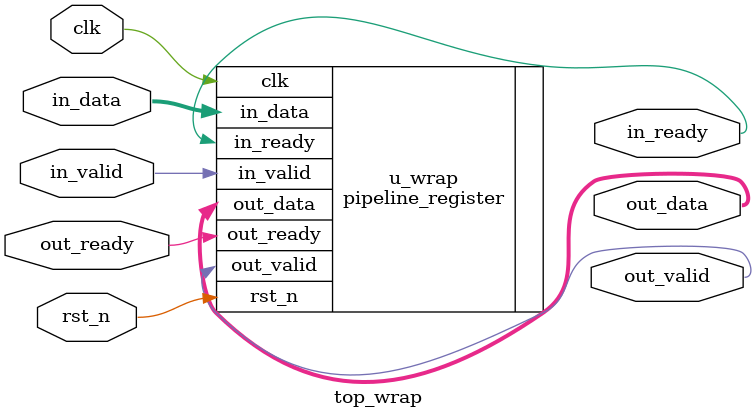
<source format=v>
`timescale 1ns / 1ps


module top_wrap #(
    parameter DATA_WIDTH = 32
) (
    input  wire             clk,
    input  wire             rst_n,

    input  wire             in_valid,
    input  wire [DATA_WIDTH-1:0] in_data,
    output wire             in_ready,

    output wire             out_valid,
    output wire [DATA_WIDTH-1:0] out_data,
    input  wire             out_ready
);

    pipeline_register #(
        .DATA_WIDTH (DATA_WIDTH)
    ) u_wrap (
        .clk        (clk),
        .rst_n      (rst_n),
        .in_valid   (in_valid),
        .in_data    (in_data),
        .in_ready   (in_ready),
        .out_valid  (out_valid),
        .out_data   (out_data),
        .out_ready  (out_ready)
    );

endmodule

</source>
